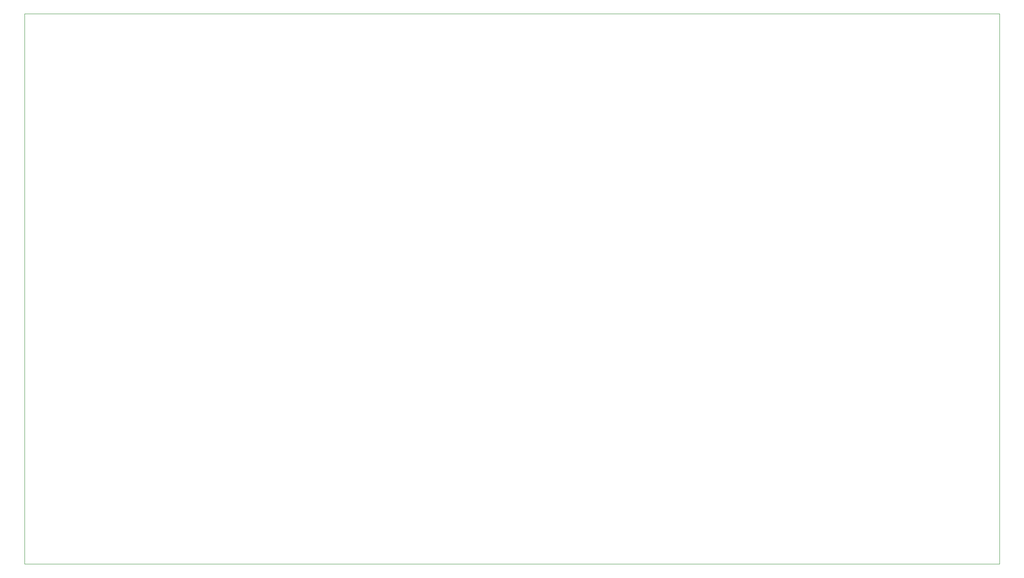
<source format=gbr>
%TF.GenerationSoftware,KiCad,Pcbnew,7.0.5*%
%TF.CreationDate,2023-07-09T01:00:59-05:00*%
%TF.ProjectId,NanoSwap,4e616e6f-5377-4617-902e-6b696361645f,rev?*%
%TF.SameCoordinates,Original*%
%TF.FileFunction,Profile,NP*%
%FSLAX46Y46*%
G04 Gerber Fmt 4.6, Leading zero omitted, Abs format (unit mm)*
G04 Created by KiCad (PCBNEW 7.0.5) date 2023-07-09 01:00:59*
%MOMM*%
%LPD*%
G01*
G04 APERTURE LIST*
%TA.AperFunction,Profile*%
%ADD10C,0.100000*%
%TD*%
G04 APERTURE END LIST*
D10*
X45212000Y-33020000D02*
X243840000Y-33020000D01*
X243840000Y-145288000D01*
X45212000Y-145288000D01*
X45212000Y-33020000D01*
M02*

</source>
